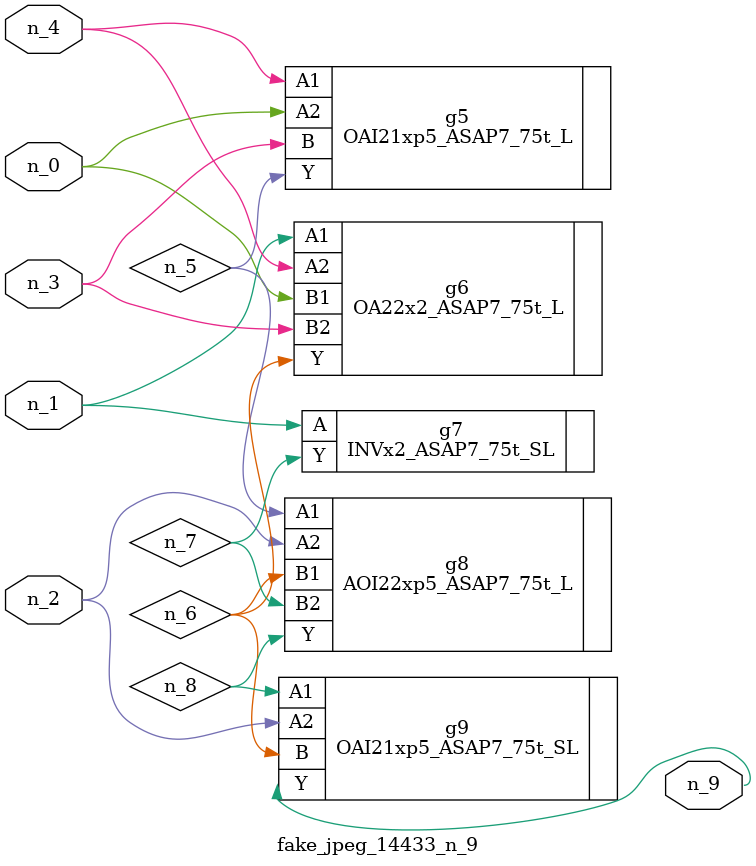
<source format=v>
module fake_jpeg_14433_n_9 (n_3, n_2, n_1, n_0, n_4, n_9);

input n_3;
input n_2;
input n_1;
input n_0;
input n_4;

output n_9;

wire n_8;
wire n_6;
wire n_5;
wire n_7;

OAI21xp5_ASAP7_75t_L g5 ( 
.A1(n_4),
.A2(n_0),
.B(n_3),
.Y(n_5)
);

OA22x2_ASAP7_75t_L g6 ( 
.A1(n_1),
.A2(n_4),
.B1(n_0),
.B2(n_3),
.Y(n_6)
);

INVx2_ASAP7_75t_SL g7 ( 
.A(n_1),
.Y(n_7)
);

AOI22xp5_ASAP7_75t_L g8 ( 
.A1(n_5),
.A2(n_2),
.B1(n_6),
.B2(n_7),
.Y(n_8)
);

OAI21xp5_ASAP7_75t_SL g9 ( 
.A1(n_8),
.A2(n_2),
.B(n_6),
.Y(n_9)
);


endmodule
</source>
